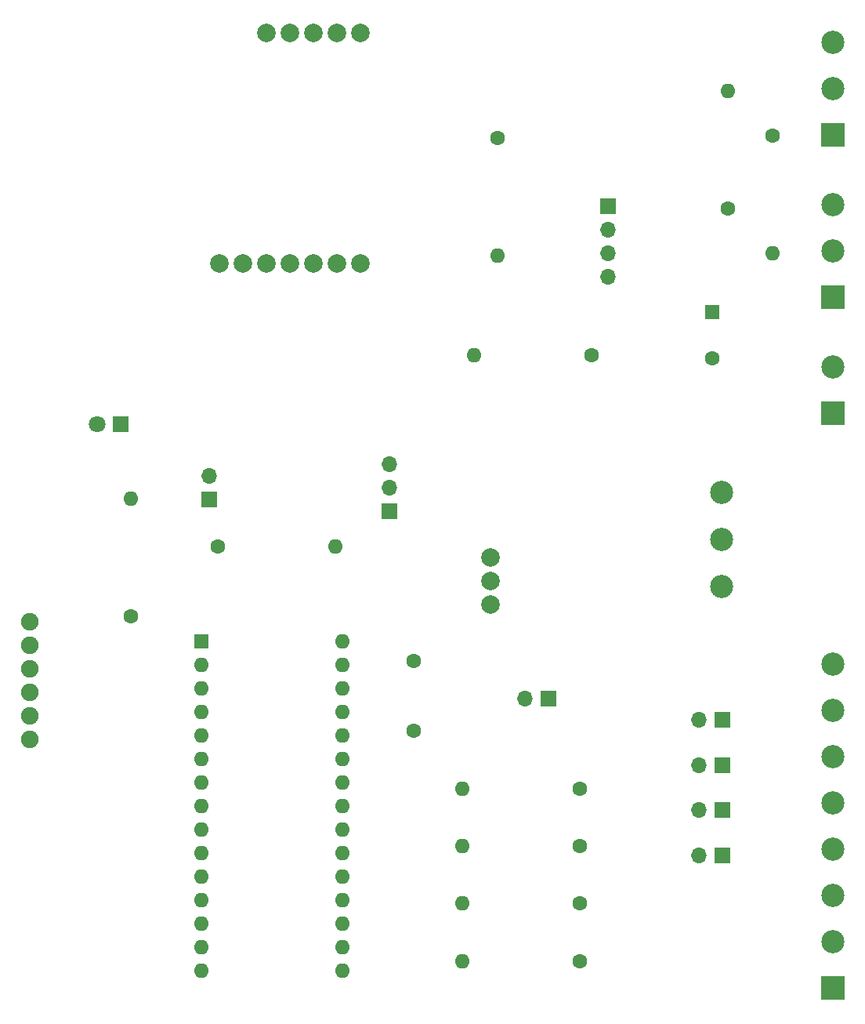
<source format=gbr>
%TF.GenerationSoftware,KiCad,Pcbnew,(6.0.7)*%
%TF.CreationDate,2022-10-11T21:25:08+02:00*%
%TF.ProjectId,Taupunktlueftung,54617570-756e-46b7-946c-75656674756e,rev?*%
%TF.SameCoordinates,Original*%
%TF.FileFunction,Soldermask,Top*%
%TF.FilePolarity,Negative*%
%FSLAX46Y46*%
G04 Gerber Fmt 4.6, Leading zero omitted, Abs format (unit mm)*
G04 Created by KiCad (PCBNEW (6.0.7)) date 2022-10-11 21:25:08*
%MOMM*%
%LPD*%
G01*
G04 APERTURE LIST*
%ADD10C,2.000000*%
%ADD11C,2.500000*%
%ADD12C,1.900000*%
%ADD13C,1.600000*%
%ADD14O,1.600000X1.600000*%
%ADD15R,1.700000X1.700000*%
%ADD16O,1.700000X1.700000*%
%ADD17R,1.800000X1.800000*%
%ADD18C,1.800000*%
%ADD19R,1.600000X1.600000*%
%ADD20R,2.500000X2.500000*%
G04 APERTURE END LIST*
D10*
%TO.C,U1*%
X71270000Y-46000000D03*
X68730000Y-46000000D03*
X66190000Y-46000000D03*
X63650000Y-46000000D03*
X61110000Y-46000000D03*
X56030000Y-70900000D03*
X58570000Y-70900000D03*
X61110000Y-70900000D03*
X63650000Y-70900000D03*
X66190000Y-70900000D03*
X68730000Y-70900000D03*
X71270000Y-70900000D03*
%TD*%
%TO.C,RLY1*%
X85300000Y-102600000D03*
X85300000Y-105140000D03*
X85300000Y-107680000D03*
D11*
X110300000Y-105760000D03*
X110300000Y-100680000D03*
X110300000Y-95600000D03*
%TD*%
D12*
%TO.C,J2*%
X35475000Y-109575000D03*
X35475000Y-112115000D03*
X35475000Y-114655000D03*
X35475000Y-117195000D03*
X35475000Y-119735000D03*
X35475000Y-122275000D03*
%TD*%
D13*
%TO.C,R1*%
X55850000Y-101400000D03*
D14*
X68550000Y-101400000D03*
%TD*%
D13*
%TO.C,R4*%
X115750000Y-57050000D03*
D14*
X115750000Y-69750000D03*
%TD*%
D15*
%TO.C,J4*%
X54900000Y-96330000D03*
D16*
X54900000Y-93790000D03*
%TD*%
D13*
%TO.C,C2*%
X77025000Y-121325000D03*
X77025000Y-113825000D03*
%TD*%
%TO.C,R7*%
X94950000Y-139983332D03*
D14*
X82250000Y-139983332D03*
%TD*%
%TO.C,R9*%
X86025000Y-70025000D03*
D13*
X86025000Y-57325000D03*
%TD*%
%TO.C,R2*%
X110975000Y-64950000D03*
D14*
X110975000Y-52250000D03*
%TD*%
D17*
%TO.C,D1*%
X45300000Y-88200000D03*
D18*
X42760000Y-88200000D03*
%TD*%
D13*
%TO.C,R8*%
X94950000Y-146175000D03*
D14*
X82250000Y-146175000D03*
%TD*%
D19*
%TO.C,C1*%
X109275000Y-76100000D03*
D13*
X109275000Y-81100000D03*
%TD*%
D15*
%TO.C,J8*%
X98000000Y-64675000D03*
D16*
X98000000Y-67215000D03*
X98000000Y-69755000D03*
X98000000Y-72295000D03*
%TD*%
D15*
%TO.C,J5*%
X91600000Y-117850000D03*
D16*
X89060000Y-117850000D03*
%TD*%
D20*
%TO.C,J6*%
X122300000Y-57000000D03*
D11*
X122300000Y-52000000D03*
X122300000Y-47000000D03*
%TD*%
D20*
%TO.C,J1*%
X122300000Y-87000000D03*
D11*
X122300000Y-82000000D03*
%TD*%
D20*
%TO.C,J7*%
X122300000Y-74500000D03*
D11*
X122300000Y-69500000D03*
X122300000Y-64500000D03*
%TD*%
D20*
%TO.C,J9*%
X122300000Y-149100000D03*
D11*
X122300000Y-144100000D03*
X122300000Y-139100000D03*
X122300000Y-134100000D03*
X122300000Y-129100000D03*
X122300000Y-124100000D03*
X122300000Y-119100000D03*
X122300000Y-114100000D03*
%TD*%
D13*
%TO.C,R3*%
X46450000Y-108925000D03*
D14*
X46450000Y-96225000D03*
%TD*%
D15*
%TO.C,J3*%
X74400000Y-97580000D03*
D16*
X74400000Y-95040000D03*
X74400000Y-92500000D03*
%TD*%
D13*
%TO.C,R10*%
X96250000Y-80800000D03*
D14*
X83550000Y-80800000D03*
%TD*%
D19*
%TO.C,A1*%
X54075000Y-111675000D03*
D14*
X54075000Y-114215000D03*
X54075000Y-116755000D03*
X54075000Y-119295000D03*
X54075000Y-121835000D03*
X54075000Y-124375000D03*
X54075000Y-126915000D03*
X54075000Y-129455000D03*
X54075000Y-131995000D03*
X54075000Y-134535000D03*
X54075000Y-137075000D03*
X54075000Y-139615000D03*
X54075000Y-142155000D03*
X54075000Y-144695000D03*
X54075000Y-147235000D03*
X69315000Y-147235000D03*
X69315000Y-144695000D03*
X69315000Y-142155000D03*
X69315000Y-139615000D03*
X69315000Y-137075000D03*
X69315000Y-134535000D03*
X69315000Y-131995000D03*
X69315000Y-129455000D03*
X69315000Y-126915000D03*
X69315000Y-124375000D03*
X69315000Y-121835000D03*
X69315000Y-119295000D03*
X69315000Y-116755000D03*
X69315000Y-114215000D03*
X69315000Y-111675000D03*
%TD*%
D15*
%TO.C,JP2*%
X110400000Y-125041666D03*
D16*
X107860000Y-125041666D03*
%TD*%
D15*
%TO.C,JP1*%
X110400000Y-120175000D03*
D16*
X107860000Y-120175000D03*
%TD*%
D15*
%TO.C,JP3*%
X110400000Y-129908332D03*
D16*
X107860000Y-129908332D03*
%TD*%
D15*
%TO.C,JP4*%
X110400000Y-134775000D03*
D16*
X107860000Y-134775000D03*
%TD*%
D13*
%TO.C,R5*%
X94950000Y-127600000D03*
D14*
X82250000Y-127600000D03*
%TD*%
D13*
%TO.C,R6*%
X94950000Y-133791666D03*
D14*
X82250000Y-133791666D03*
%TD*%
M02*

</source>
